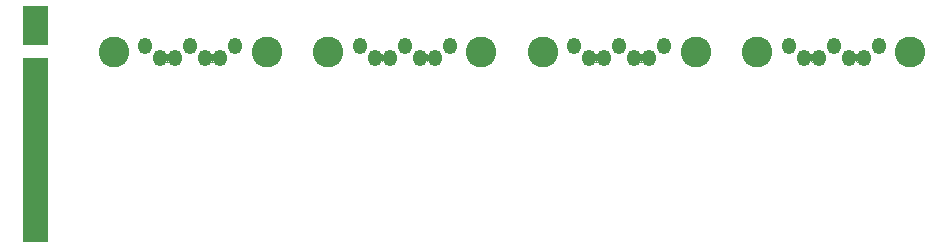
<source format=gts>
G04 #@! TF.GenerationSoftware,KiCad,Pcbnew,(6.0.5)*
G04 #@! TF.CreationDate,2022-11-11T14:25:18-03:00*
G04 #@! TF.ProjectId,m2sata,6d327361-7461-42e6-9b69-6361645f7063,rev?*
G04 #@! TF.SameCoordinates,Original*
G04 #@! TF.FileFunction,Soldermask,Top*
G04 #@! TF.FilePolarity,Negative*
%FSLAX46Y46*%
G04 Gerber Fmt 4.6, Leading zero omitted, Abs format (unit mm)*
G04 Created by KiCad (PCBNEW (6.0.5)) date 2022-11-11 14:25:18*
%MOMM*%
%LPD*%
G01*
G04 APERTURE LIST*
%ADD10C,0.100000*%
%ADD11O,1.202000X1.402000*%
%ADD12C,2.602000*%
G04 APERTURE END LIST*
G36*
X99625000Y-93275000D02*
G01*
X97625000Y-93275000D01*
X97625000Y-90075000D01*
X99625000Y-90075000D01*
X99625000Y-93275000D01*
G37*
D10*
X99625000Y-93275000D02*
X97625000Y-93275000D01*
X97625000Y-90075000D01*
X99625000Y-90075000D01*
X99625000Y-93275000D01*
G36*
X99625000Y-109925000D02*
G01*
X97625000Y-109925000D01*
X97625000Y-94475000D01*
X99625000Y-94475000D01*
X99625000Y-109925000D01*
G37*
X99625000Y-109925000D02*
X97625000Y-109925000D01*
X97625000Y-94475000D01*
X99625000Y-94475000D01*
X99625000Y-109925000D01*
G36*
X99625000Y-93275000D02*
G01*
X97625000Y-93275000D01*
X97625000Y-90075000D01*
X99625000Y-90075000D01*
X99625000Y-93275000D01*
G37*
X99625000Y-93275000D02*
X97625000Y-93275000D01*
X97625000Y-90075000D01*
X99625000Y-90075000D01*
X99625000Y-93275000D01*
G36*
X99625000Y-109925000D02*
G01*
X97625000Y-109925000D01*
X97625000Y-94475000D01*
X99625000Y-94475000D01*
X99625000Y-109925000D01*
G37*
X99625000Y-109925000D02*
X97625000Y-109925000D01*
X97625000Y-94475000D01*
X99625000Y-94475000D01*
X99625000Y-109925000D01*
D11*
X162447238Y-93473494D03*
X163717238Y-94473494D03*
X164987238Y-94473494D03*
X166257238Y-93473494D03*
X167527238Y-94473494D03*
X168797238Y-94473494D03*
X170067238Y-93473494D03*
D12*
X172737238Y-93973494D03*
X159777238Y-93973494D03*
D11*
X107950000Y-93480000D03*
X109220000Y-94480000D03*
X110490000Y-94480000D03*
X111760000Y-93480000D03*
X113030000Y-94480000D03*
X114300000Y-94480000D03*
X115570000Y-93480000D03*
D12*
X118240000Y-93980000D03*
X105280000Y-93980000D03*
D11*
X144281492Y-93480000D03*
X145551492Y-94480000D03*
X146821492Y-94480000D03*
X148091492Y-93480000D03*
X149361492Y-94480000D03*
X150631492Y-94480000D03*
X151901492Y-93480000D03*
D12*
X154571492Y-93980000D03*
X141611492Y-93980000D03*
D11*
X126115746Y-93480000D03*
X127385746Y-94480000D03*
X128655746Y-94480000D03*
X129925746Y-93480000D03*
X131195746Y-94480000D03*
X132465746Y-94480000D03*
X133735746Y-93480000D03*
D12*
X136405746Y-93980000D03*
X123445746Y-93980000D03*
G36*
X131725938Y-94097808D02*
G01*
X131729037Y-94102535D01*
X131782016Y-94147602D01*
X131850656Y-94156833D01*
X131913486Y-94127443D01*
X131934577Y-94100262D01*
X131936429Y-94099507D01*
X131938009Y-94100733D01*
X131938005Y-94102253D01*
X131887174Y-94224972D01*
X131866746Y-94380132D01*
X131866746Y-94579868D01*
X131887174Y-94735028D01*
X131939075Y-94860330D01*
X131938814Y-94862313D01*
X131936966Y-94863078D01*
X131935554Y-94862192D01*
X131932455Y-94857465D01*
X131879476Y-94812398D01*
X131810836Y-94803167D01*
X131748006Y-94832557D01*
X131726915Y-94859738D01*
X131725063Y-94860493D01*
X131723483Y-94859267D01*
X131723487Y-94857747D01*
X131774318Y-94735028D01*
X131794746Y-94579868D01*
X131794746Y-94380132D01*
X131774318Y-94224972D01*
X131722417Y-94099670D01*
X131722678Y-94097687D01*
X131724526Y-94096922D01*
X131725938Y-94097808D01*
G37*
G36*
X146081684Y-94097808D02*
G01*
X146084783Y-94102535D01*
X146137762Y-94147602D01*
X146206402Y-94156833D01*
X146269232Y-94127443D01*
X146290323Y-94100262D01*
X146292175Y-94099507D01*
X146293755Y-94100733D01*
X146293751Y-94102253D01*
X146242920Y-94224972D01*
X146222492Y-94380132D01*
X146222492Y-94579868D01*
X146242920Y-94735028D01*
X146294821Y-94860330D01*
X146294560Y-94862313D01*
X146292712Y-94863078D01*
X146291300Y-94862192D01*
X146288201Y-94857465D01*
X146235222Y-94812398D01*
X146166582Y-94803167D01*
X146103752Y-94832557D01*
X146082661Y-94859738D01*
X146080809Y-94860493D01*
X146079229Y-94859267D01*
X146079233Y-94857747D01*
X146130064Y-94735028D01*
X146150492Y-94579868D01*
X146150492Y-94380132D01*
X146130064Y-94224972D01*
X146078163Y-94099670D01*
X146078424Y-94097687D01*
X146080272Y-94096922D01*
X146081684Y-94097808D01*
G37*
G36*
X113560192Y-94097808D02*
G01*
X113563291Y-94102535D01*
X113616270Y-94147602D01*
X113684910Y-94156833D01*
X113747740Y-94127443D01*
X113768831Y-94100262D01*
X113770683Y-94099507D01*
X113772263Y-94100733D01*
X113772259Y-94102253D01*
X113721428Y-94224972D01*
X113701000Y-94380132D01*
X113701000Y-94579868D01*
X113721428Y-94735028D01*
X113773329Y-94860330D01*
X113773068Y-94862313D01*
X113771220Y-94863078D01*
X113769808Y-94862192D01*
X113766709Y-94857465D01*
X113713730Y-94812398D01*
X113645090Y-94803167D01*
X113582260Y-94832557D01*
X113561169Y-94859738D01*
X113559317Y-94860493D01*
X113557737Y-94859267D01*
X113557741Y-94857747D01*
X113608572Y-94735028D01*
X113629000Y-94579868D01*
X113629000Y-94380132D01*
X113608572Y-94224972D01*
X113556671Y-94099670D01*
X113556932Y-94097687D01*
X113558780Y-94096922D01*
X113560192Y-94097808D01*
G37*
G36*
X109750192Y-94097808D02*
G01*
X109753291Y-94102535D01*
X109806270Y-94147602D01*
X109874910Y-94156833D01*
X109937740Y-94127443D01*
X109958831Y-94100262D01*
X109960683Y-94099507D01*
X109962263Y-94100733D01*
X109962259Y-94102253D01*
X109911428Y-94224972D01*
X109891000Y-94380132D01*
X109891000Y-94579868D01*
X109911428Y-94735028D01*
X109963329Y-94860330D01*
X109963068Y-94862313D01*
X109961220Y-94863078D01*
X109959808Y-94862192D01*
X109956709Y-94857465D01*
X109903730Y-94812398D01*
X109835090Y-94803167D01*
X109772260Y-94832557D01*
X109751169Y-94859738D01*
X109749317Y-94860493D01*
X109747737Y-94859267D01*
X109747741Y-94857747D01*
X109798572Y-94735028D01*
X109819000Y-94579868D01*
X109819000Y-94380132D01*
X109798572Y-94224972D01*
X109746671Y-94099670D01*
X109746932Y-94097687D01*
X109748780Y-94096922D01*
X109750192Y-94097808D01*
G37*
G36*
X127915938Y-94097808D02*
G01*
X127919037Y-94102535D01*
X127972016Y-94147602D01*
X128040656Y-94156833D01*
X128103486Y-94127443D01*
X128124577Y-94100262D01*
X128126429Y-94099507D01*
X128128009Y-94100733D01*
X128128005Y-94102253D01*
X128077174Y-94224972D01*
X128056746Y-94380132D01*
X128056746Y-94579868D01*
X128077174Y-94735028D01*
X128129075Y-94860330D01*
X128128814Y-94862313D01*
X128126966Y-94863078D01*
X128125554Y-94862192D01*
X128122455Y-94857465D01*
X128069476Y-94812398D01*
X128000836Y-94803167D01*
X127938006Y-94832557D01*
X127916915Y-94859738D01*
X127915063Y-94860493D01*
X127913483Y-94859267D01*
X127913487Y-94857747D01*
X127964318Y-94735028D01*
X127984746Y-94579868D01*
X127984746Y-94380132D01*
X127964318Y-94224972D01*
X127912417Y-94099670D01*
X127912678Y-94097687D01*
X127914526Y-94096922D01*
X127915938Y-94097808D01*
G37*
G36*
X149891684Y-94097808D02*
G01*
X149894783Y-94102535D01*
X149947762Y-94147602D01*
X150016402Y-94156833D01*
X150079232Y-94127443D01*
X150100323Y-94100262D01*
X150102175Y-94099507D01*
X150103755Y-94100733D01*
X150103751Y-94102253D01*
X150052920Y-94224972D01*
X150032492Y-94380132D01*
X150032492Y-94579868D01*
X150052920Y-94735028D01*
X150104821Y-94860330D01*
X150104560Y-94862313D01*
X150102712Y-94863078D01*
X150101300Y-94862192D01*
X150098201Y-94857465D01*
X150045222Y-94812398D01*
X149976582Y-94803167D01*
X149913752Y-94832557D01*
X149892661Y-94859738D01*
X149890809Y-94860493D01*
X149889229Y-94859267D01*
X149889233Y-94857747D01*
X149940064Y-94735028D01*
X149960492Y-94579868D01*
X149960492Y-94380132D01*
X149940064Y-94224972D01*
X149888163Y-94099670D01*
X149888424Y-94097687D01*
X149890272Y-94096922D01*
X149891684Y-94097808D01*
G37*
G36*
X164247430Y-94091302D02*
G01*
X164250529Y-94096029D01*
X164303508Y-94141096D01*
X164372148Y-94150327D01*
X164434978Y-94120937D01*
X164456069Y-94093756D01*
X164457921Y-94093001D01*
X164459501Y-94094227D01*
X164459497Y-94095747D01*
X164408666Y-94218466D01*
X164388238Y-94373626D01*
X164388238Y-94573362D01*
X164408666Y-94728522D01*
X164460567Y-94853824D01*
X164460306Y-94855807D01*
X164458458Y-94856572D01*
X164457046Y-94855686D01*
X164453947Y-94850959D01*
X164400968Y-94805892D01*
X164332328Y-94796661D01*
X164269498Y-94826051D01*
X164248407Y-94853232D01*
X164246555Y-94853987D01*
X164244975Y-94852761D01*
X164244979Y-94851241D01*
X164295810Y-94728522D01*
X164316238Y-94573362D01*
X164316238Y-94373626D01*
X164295810Y-94218466D01*
X164243909Y-94093164D01*
X164244170Y-94091181D01*
X164246018Y-94090416D01*
X164247430Y-94091302D01*
G37*
G36*
X168057430Y-94091302D02*
G01*
X168060529Y-94096029D01*
X168113508Y-94141096D01*
X168182148Y-94150327D01*
X168244978Y-94120937D01*
X168266069Y-94093756D01*
X168267921Y-94093001D01*
X168269501Y-94094227D01*
X168269497Y-94095747D01*
X168218666Y-94218466D01*
X168198238Y-94373626D01*
X168198238Y-94573362D01*
X168218666Y-94728522D01*
X168270567Y-94853824D01*
X168270306Y-94855807D01*
X168268458Y-94856572D01*
X168267046Y-94855686D01*
X168263947Y-94850959D01*
X168210968Y-94805892D01*
X168142328Y-94796661D01*
X168079498Y-94826051D01*
X168058407Y-94853232D01*
X168056555Y-94853987D01*
X168054975Y-94852761D01*
X168054979Y-94851241D01*
X168105810Y-94728522D01*
X168126238Y-94573362D01*
X168126238Y-94373626D01*
X168105810Y-94218466D01*
X168053909Y-94093164D01*
X168054170Y-94091181D01*
X168056018Y-94090416D01*
X168057430Y-94091302D01*
G37*
M02*

</source>
